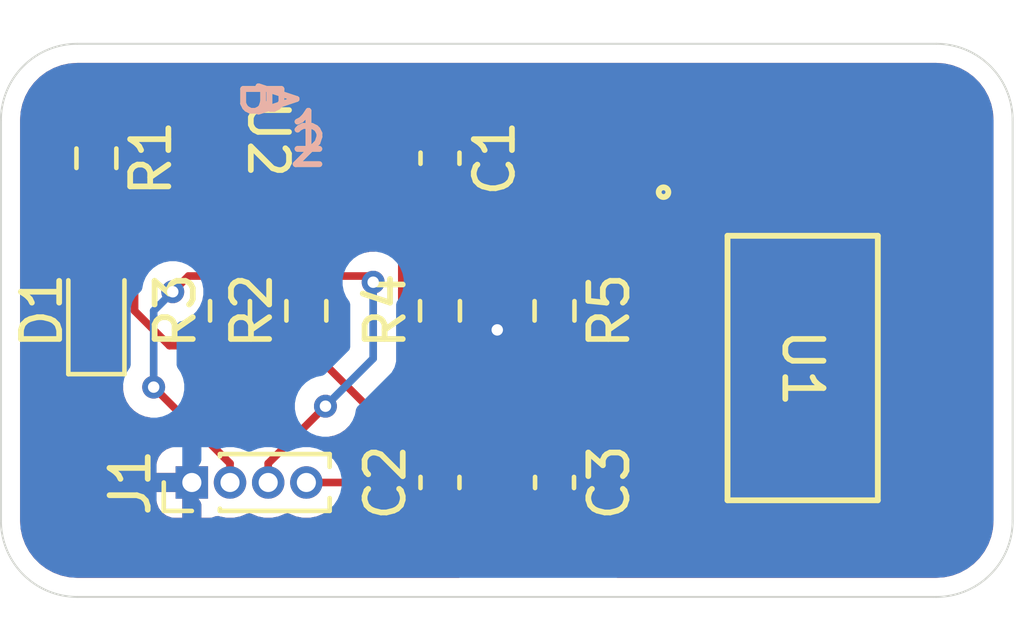
<source format=kicad_pcb>
(kicad_pcb (version 20241229) (generator "pcbnew") (generator_version "9.0")
  (title_block (date "2026-01-28"))
  (layers (0 "F.Cu" signal) (2 "B.Cu" signal) (13 "F.Paste" user) (15 "B.Paste" user) (5 "F.SilkS" user "F.Silkscreen") (7 "B.SilkS" user "B.Silkscreen") (1 "F.Mask" user) (3 "B.Mask" user) (25 "Edge.Cuts" user))
  (net 0 "")
  (net 1 "VCC")
  (net 2 "GND")
  (net 3 "+3V3")
  (net 4 "Net-(U1-ADJUST)")
  (net 5 "Net-(D1-A)")
  (net 6 "/SCL")
  (net 7 "/SDA")
  (footprint "Capacitor_SMD:C_0603_1608Metric_Pad1.08x0.95mm_HandSolder" (layer "F.Cu") (at 124 78 -90)
    (property "Reference" "C1" (at 0 -1.43 90) (layer "F.SilkS"))
    (property "Value" "2.2µF")
    (fp_line (start -0.146267 0.51) (end 0.146267 0.51) (stroke (width 0.12)) (layer "F.SilkS"))
    (fp_line (start -0.146267 -0.51) (end 0.146267 -0.51) (stroke (width 0.12)) (layer "F.SilkS"))
    (pad "1" smd roundrect (at -0.8625 0 270) (size 1.075 0.95) (layers "F.Cu" "F.Mask" "F.Paste") (net 2 "GND"))
    (pad "2" smd roundrect (at 0.8625 0 270) (size 1.075 0.95) (layers "F.Cu" "F.Mask" "F.Paste") (net 3 "+3V3"))
  )
  (footprint "Resistor_SMD:R_0603_1608Metric_Pad0.98x0.95mm_HandSolder" (layer "F.Cu") (at 120.5 82 90)
    (property "Reference" "R2" (at 0 -1.43 90) (layer "F.SilkS"))
    (property "Value" "2.7k")
    (fp_line (start -0.254724 -0.5225) (end 0.254724 -0.5225) (stroke (width 0.12)) (layer "F.SilkS"))
    (fp_line (start -0.254724 0.5225) (end 0.254724 0.5225) (stroke (width 0.12)) (layer "F.SilkS"))
    (pad "1" smd roundrect (at -0.9125 0 90) (size 0.975 0.95) (layers "F.Cu" "F.Mask" "F.Paste") (net 3 "+3V3"))
    (pad "2" smd roundrect (at 0.9125 0 90) (size 0.975 0.95) (layers "F.Cu" "F.Mask" "F.Paste") (net 6 "/SCL"))
  )
  (footprint "Capacitor_SMD:C_0603_1608Metric_Pad1.08x0.95mm_HandSolder" (layer "F.Cu") (at 127 86.5 -90)
    (property "Reference" "C3" (at 0 -1.43 270) (layer "F.SilkS"))
    (property "Value" "1µF")
    (fp_line (start -0.146267 0.51) (end 0.146267 0.51) (stroke (width 0.12)) (layer "F.SilkS"))
    (fp_line (start -0.146267 -0.51) (end 0.146267 -0.51) (stroke (width 0.12)) (layer "F.SilkS"))
    (pad "1" smd roundrect (at -0.8625 0 270) (size 1.075 0.95) (layers "F.Cu" "F.Mask" "F.Paste") (net 3 "+3V3"))
    (pad "2" smd roundrect (at 0.8625 0 270) (size 1.075 0.95) (layers "F.Cu" "F.Mask" "F.Paste") (net 2 "GND"))
  )
  (footprint "LED_SMD:LED_0603_1608Metric_Pad1.05x0.95mm_HandSolder" (layer "F.Cu") (at 115 82 90)
    (property "Reference" "D1" (at 0 -1.43 90) (layer "F.SilkS"))
    (property "Value" "LED")
    (fp_line (start 0.8 -0.735) (end -1.66 -0.735) (stroke (width 0.12)) (layer "F.SilkS"))
    (fp_line (start -1.66 -0.735) (end -1.66 0.735) (stroke (width 0.12)) (layer "F.SilkS"))
    (fp_line (start -1.66 0.735) (end 0.8 0.735) (stroke (width 0.12)) (layer "F.SilkS"))
    (pad "1" smd roundrect (at -0.875 0 90) (size 1.05 0.95) (layers "F.Cu" "F.Mask" "F.Paste") (net 2 "GND"))
    (pad "2" smd roundrect (at 0.875 0 90) (size 1.05 0.95) (layers "F.Cu" "F.Mask" "F.Paste") (net 5 "Net-(D1-A)"))
  )
  (footprint "Capacitor_SMD:C_0603_1608Metric_Pad1.08x0.95mm_HandSolder" (layer "F.Cu") (at 124 86.5 90)
    (property "Reference" "C2" (at 0 -1.43 90) (layer "F.SilkS"))
    (property "Value" "0.1µF")
    (fp_line (start -0.146267 -0.51) (end 0.146267 -0.51) (stroke (width 0.12)) (layer "F.SilkS"))
    (fp_line (start -0.146267 0.51) (end 0.146267 0.51) (stroke (width 0.12)) (layer "F.SilkS"))
    (pad "1" smd roundrect (at -0.8625 0 90) (size 1.075 0.95) (layers "F.Cu" "F.Mask" "F.Paste") (net 1 "VCC"))
    (pad "2" smd roundrect (at 0.8625 0 90) (size 1.075 0.95) (layers "F.Cu" "F.Mask" "F.Paste") (net 2 "GND"))
  )
  (footprint "Resistor_SMD:R_0603_1608Metric_Pad0.98x0.95mm_HandSolder" (layer "F.Cu") (at 124 82 90)
    (property "Reference" "R4" (at 0 -1.43 90) (layer "F.SilkS"))
    (property "Value" "400")
    (fp_line (start -0.254724 -0.5225) (end 0.254724 -0.5225) (stroke (width 0.12)) (layer "F.SilkS"))
    (fp_line (start -0.254724 0.5225) (end 0.254724 0.5225) (stroke (width 0.12)) (layer "F.SilkS"))
    (pad "1" smd roundrect (at -0.9125 0 90) (size 0.975 0.95) (layers "F.Cu" "F.Mask" "F.Paste") (net 2 "GND"))
    (pad "2" smd roundrect (at 0.9125 0 90) (size 0.975 0.95) (layers "F.Cu" "F.Mask" "F.Paste") (net 4 "Net-(U1-ADJUST)"))
  )
  (footprint "Connector_PinHeader_1.00mm:PinHeader_1x04_P1.00mm_Vertical" (layer "F.Cu") (at 117.5 86.5 90)
    (property "Reference" "J1" (at 0 -1.61 90) (layer "F.SilkS"))
    (property "Value" "Conn_01x04_Pin")
    (fp_line (start -0.745 -0.735) (end 0 -0.735) (stroke (width 0.12)) (layer "F.SilkS"))
    (fp_line (start -0.745 0) (end -0.745 -0.735) (stroke (width 0.12)) (layer "F.SilkS"))
    (fp_line (start 0.745 0.735) (end 0.745 3.61) (stroke (width 0.12)) (layer "F.SilkS"))
    (fp_line (start 0.685565 0.735) (end 0.745 0.735) (stroke (width 0.12)) (layer "F.SilkS"))
    (fp_line (start -0.745 0.735) (end -0.685565 0.735) (stroke (width 0.12)) (layer "F.SilkS"))
    (fp_line (start -0.745 0.735) (end -0.745 3.61) (stroke (width 0.12)) (layer "F.SilkS"))
    (fp_line (start 0.41003 3.61) (end 0.745 3.61) (stroke (width 0.12)) (layer "F.SilkS"))
    (fp_line (start -0.745 3.61) (end -0.41003 3.61) (stroke (width 0.12)) (layer "F.SilkS"))
    (pad "1" thru_hole rect (at 0 0 90) (size 0.85 0.85) (drill 0.5) (layers "*.Cu" "*.Mask") (net 2 "GND"))
    (pad "2" thru_hole circle (at 0 1 90) (size 0.85 0.85) (drill 0.5) (layers "*.Cu" "*.Mask") (net 7 "/SDA"))
    (pad "3" thru_hole circle (at 0 2 90) (size 0.85 0.85) (drill 0.5) (layers "*.Cu" "*.Mask") (net 6 "/SCL"))
    (pad "4" thru_hole circle (at 0 3 90) (size 0.85 0.85) (drill 0.5) (layers "*.Cu" "*.Mask") (net 1 "VCC"))
  )
  (footprint "Resistor_SMD:R_0603_1608Metric_Pad0.98x0.95mm_HandSolder" (layer "F.Cu") (at 127 82 -90)
    (property "Reference" "R5" (at 0 -1.43 90) (layer "F.SilkS"))
    (property "Value" "240")
    (fp_line (start -0.254724 0.5225) (end 0.254724 0.5225) (stroke (width 0.12)) (layer "F.SilkS"))
    (fp_line (start -0.254724 -0.5225) (end 0.254724 -0.5225) (stroke (width 0.12)) (layer "F.SilkS"))
    (pad "1" smd roundrect (at -0.9125 0 270) (size 0.975 0.95) (layers "F.Cu" "F.Mask" "F.Paste") (net 4 "Net-(U1-ADJUST)"))
    (pad "2" smd roundrect (at 0.9125 0 270) (size 0.975 0.95) (layers "F.Cu" "F.Mask" "F.Paste") (net 3 "+3V3"))
  )
  (footprint "Resistor_SMD:R_0603_1608Metric_Pad0.98x0.95mm_HandSolder" (layer "F.Cu") (at 115 78 -90)
    (property "Reference" "R1" (at 0 -1.43 270) (layer "F.SilkS"))
    (property "Value" "60")
    (fp_line (start -0.254724 0.5225) (end 0.254724 0.5225) (stroke (width 0.12)) (layer "F.SilkS"))
    (fp_line (start -0.254724 -0.5225) (end 0.254724 -0.5225) (stroke (width 0.12)) (layer "F.SilkS"))
    (pad "1" smd roundrect (at -0.9125 0 270) (size 0.975 0.95) (layers "F.Cu" "F.Mask" "F.Paste") (net 3 "+3V3"))
    (pad "2" smd roundrect (at 0.9125 0 270) (size 0.975 0.95) (layers "F.Cu" "F.Mask" "F.Paste") (net 5 "Net-(D1-A)"))
  )
  (footprint "Resistor_SMD:R_0603_1608Metric_Pad0.98x0.95mm_HandSolder" (layer "F.Cu") (at 118.5 82 90)
    (property "Reference" "R3" (at 0 -1.43 90) (layer "F.SilkS"))
    (property "Value" "2.7k")
    (fp_line (start -0.254724 -0.5225) (end 0.254724 -0.5225) (stroke (width 0.12)) (layer "F.SilkS"))
    (fp_line (start -0.254724 0.5225) (end 0.254724 0.5225) (stroke (width 0.12)) (layer "F.SilkS"))
    (pad "1" smd roundrect (at -0.9125 0 90) (size 0.975 0.95) (layers "F.Cu" "F.Mask" "F.Paste") (net 3 "+3V3"))
    (pad "2" smd roundrect (at 0.9125 0 90) (size 0.975 0.95) (layers "F.Cu" "F.Mask" "F.Paste") (net 7 "/SDA"))
  )
  (footprint "footprints:SOT223-3_ONS" (layer "F.Cu") (at 133.5 83.5 -90)
    (property "Reference" "U1" (at 0 0 270) (layer "F.SilkS"))
    (property "Value" "LM317MBSTT3G")
    (fp_poly (pts (xy 1.6256 -4.0005) (xy -1.6256 -4.0005) (xy -1.6256 -2.4511) (xy 1.6256 -2.4511)) (fill yes) (layer "F.Cu"))
    (fp_line (start -3.4671 1.9685) (end 3.4671 1.9685) (stroke (width 0.1524)) (layer "F.SilkS"))
    (fp_line (start 3.4671 1.9685) (end 3.4671 -1.9685) (stroke (width 0.1524)) (layer "F.SilkS"))
    (fp_line (start -3.4671 -1.9685) (end -3.4671 1.9685) (stroke (width 0.1524)) (layer "F.SilkS"))
    (fp_line (start 3.4671 -1.9685) (end -3.4671 -1.9685) (stroke (width 0.1524)) (layer "F.SilkS"))
    (fp_circle (center -4.6101 3.6449) (end -4.4831 3.6449) (stroke (width 0.1524)) (fill no) (layer "F.SilkS"))
    (pad "1" smd rect (at -2.2987 3.2258 270) (size 0.6096 1.5494) (layers "F.Cu" "F.Mask" "F.Paste") (net 4 "Net-(U1-ADJUST)"))
    (pad "2" smd rect (at 0 3.2258 270) (size 0.6096 1.5494) (layers "F.Cu" "F.Mask" "F.Paste") (net 3 "+3V3"))
    (pad "3" smd rect (at 2.2987 3.2258 270) (size 0.6096 1.5494) (layers "F.Cu" "F.Mask" "F.Paste") (net 1 "VCC"))
  )
  (footprint "footprints:WLP4_0P82X0P82_MEM-L" (layer "F.Cu") (at 119.5 77.5 -90)
    (property "Reference" "U2" (at 0 0 270) (layer "F.SilkS"))
    (property "Value" "MMC5603NJ")
    (fp_text user "2" (at 0.2 -1.0541 0) (layer "F.SilkS"))
    (fp_text user "A" (at -1.0541 -0.2 270) (layer "F.SilkS"))
    (fp_text user "B" (at -1.0541 0.2 270) (layer "F.SilkS"))
    (fp_text user "1" (at -0.2 -1.0541 0) (layer "F.SilkS"))
    (fp_text user "2" (at 0.2 -1.0541 0) (layer "B.SilkS"))
    (fp_text user "A" (at -1.0541 -0.2 270) (layer "B.SilkS"))
    (fp_text user "B" (at -1.0541 0.2 270) (layer "B.SilkS"))
    (fp_text user "1" (at -0.2 -1.0541 0) (layer "B.SilkS"))
    (pad "A1" smd circle (at -0.2 -0.2 270) (size 0.2032 0.2032) (layers "F.Cu" "F.Mask" "F.Paste") (net 2 "GND"))
    (pad "A2" smd circle (at 0.2 -0.2 270) (size 0.2032 0.2032) (layers "F.Cu" "F.Mask" "F.Paste") (net 6 "/SCL"))
    (pad "B1" smd circle (at -0.2 0.2 270) (size 0.2032 0.2032) (layers "F.Cu" "F.Mask" "F.Paste") (net 3 "+3V3"))
    (pad "B2" smd circle (at 0.2 0.2 270) (size 0.2032 0.2032) (layers "F.Cu" "F.Mask" "F.Paste") (net 7 "/SDA"))
  )
  (gr_arc (start 137 75) (mid 138.414214 75.585786) (end 139 77) (stroke (width 0.05)) (layer "Edge.Cuts"))
  (gr_arc (start 112.5 77) (mid 113.085786 75.585786) (end 114.5 75) (stroke (width 0.05)) (layer "Edge.Cuts"))
  (gr_line (start 112.5 77) (end 112.5 87.5) (stroke (width 0.05)) (layer "Edge.Cuts"))
  (gr_arc (start 114.5 89.5) (mid 113.085786 88.914214) (end 112.5 87.5) (stroke (width 0.05)) (layer "Edge.Cuts"))
  (gr_line (start 114.5 89.5) (end 137 89.5) (stroke (width 0.05)) (layer "Edge.Cuts"))
  (gr_arc (start 139 87.5) (mid 138.414214 88.914214) (end 137 89.5) (stroke (width 0.05)) (layer "Edge.Cuts"))
  (gr_line (start 139 87.5) (end 139 77) (stroke (width 0.05)) (layer "Edge.Cuts"))
  (gr_line (start 137 75) (end 114.5 75) (stroke (width 0.05)) (layer "Edge.Cuts"))
  (segment (start 122.8625 87.3625) (end 124 87.3625) (width 0.2) (layer "F.Cu") (net 1))
  (segment (start 120.5 86.5) (end 122 86.5) (width 0.2) (layer "F.Cu") (net 1))
  (segment (start 130.2742 86.2258) (end 128 88.5) (width 0.2) (layer "F.Cu") (net 1))
  (segment (start 128 88.5) (end 125.1375 88.5) (width 0.2) (layer "F.Cu") (net 1))
  (segment (start 122 86.5) (end 122.8625 87.3625) (width 0.2) (layer "F.Cu") (net 1))
  (segment (start 125.1375 88.5) (end 124 87.3625) (width 0.2) (layer "F.Cu") (net 1))
  (segment (start 130.2742 85.7987) (end 130.2742 86.2258) (width 0.2) (layer "F.Cu") (net 1))
  (segment (start 125.0875 82.9125) (end 125.5 82.5) (width 0.2) (layer "F.Cu") (net 2))
  (segment (start 124 82.9125) (end 125.0875 82.9125) (width 0.2) (layer "F.Cu") (net 2))
  (segment (start 126.3625 87.3625) (end 124.6375 85.6375) (width 0.2) (layer "F.Cu") (net 2))
  (segment (start 127 87.3625) (end 126.3625 87.3625) (width 0.2) (layer "F.Cu") (net 2))
  (segment (start 124 77.1375) (end 123.8599 76.9974) (width 0.2) (layer "F.Cu") (net 2))
  (segment (start 124.6375 85.6375) (end 124 85.6375) (width 0.2) (layer "F.Cu") (net 2))
  (via (at 125.5 82.5) (size 0.6) (drill 0.3) (layers "F.Cu" "B.Cu") (net 2))
  (segment (start 123 79.8625) (end 123 83.5875) (width 0.2) (layer "F.Cu") (net 3))
  (segment (start 127.5875 83.5) (end 127 82.9125) (width 0.2) (layer "F.Cu") (net 3))
  (segment (start 130.2742 83.5) (end 127.5875 83.5) (width 0.2) (layer "F.Cu") (net 3))
  (segment (start 116 78.0875) (end 115 77.0875) (width 0.2) (layer "F.Cu") (net 3))
  (segment (start 123 83.5875) (end 122.0875 84.5) (width 0.2) (layer "F.Cu") (net 3))
  (segment (start 115 77.0875) (end 119.0875 77.0875) (width 0.2) (layer "F.Cu") (net 3))
  (segment (start 116.9125 82.9125) (end 116 82) (width 0.2) (layer "F.Cu") (net 3))
  (segment (start 122.0875 84.5) (end 120.5 82.9125) (width 0.2) (layer "F.Cu") (net 3))
  (segment (start 118.5 82.9125) (end 116.9125 82.9125) (width 0.2) (layer "F.Cu") (net 3))
  (segment (start 116 82) (end 116 78.0875) (width 0.2) (layer "F.Cu") (net 3))
  (segment (start 124 78.8625) (end 123 79.8625) (width 0.2) (layer "F.Cu") (net 3))
  (segment (start 127 82.9125) (end 125.4125 84.5) (width 0.2) (layer "F.Cu") (net 3))
  (segment (start 127 85.6375) (end 127 82.9125) (width 0.2) (layer "F.Cu") (net 3))
  (segment (start 119.0875 77.0875) (end 119.2974 77.2974) (width 0.2) (layer "F.Cu") (net 3))
  (segment (start 120.5 82.9125) (end 118.5 82.9125) (width 0.2) (layer "F.Cu") (net 3))
  (segment (start 125.4125 84.5) (end 122.0875 84.5) (width 0.2) (layer "F.Cu") (net 3))
  (segment (start 127 81.0875) (end 124 81.0875) (width 0.2) (layer "F.Cu") (net 4))
  (segment (start 130.2742 81.2013) (end 127.1138 81.2013) (width 0.2) (layer "F.Cu") (net 4))
  (segment (start 127.1138 81.2013) (end 127 81.0875) (width 0.2) (layer "F.Cu") (net 4))
  (segment (start 115 78.9125) (end 115 81.125) (width 0.2) (layer "F.Cu") (net 5))
  (segment (start 119.5 86) (end 121 84.5) (width 0.2) (layer "F.Cu") (net 6))
  (segment (start 119.5 86.5) (end 119.5 86) (width 0.2) (layer "F.Cu") (net 6))
  (segment (start 120.5 81.0875) (end 120.5 78.5) (width 0.2) (layer "F.Cu") (net 6))
  (segment (start 122.0875 81.0875) (end 120.5 81.0875) (width 0.2) (layer "F.Cu") (net 6))
  (segment (start 120.5 78.5) (end 119.7026 77.7026) (width 0.2) (layer "F.Cu") (net 6))
  (segment (start 122.25 81.25) (end 122.0875 81.0875) (width 0.2) (layer "F.Cu") (net 6))
  (via (at 122.25 81.25) (size 0.6) (drill 0.3) (layers "F.Cu" "B.Cu") (net 6))
  (via (at 121 84.5) (size 0.6) (drill 0.3) (layers "F.Cu" "B.Cu") (net 6))
  (segment (start 122.25 81.25) (end 122.25 83.25) (width 0.2) (layer "B.Cu") (net 6))
  (segment (start 122.25 83.25) (end 121 84.5) (width 0.2) (layer "B.Cu") (net 6))
  (segment (start 118.5 81.0875) (end 117.4125 81.0875) (width 0.2) (layer "F.Cu") (net 7))
  (segment (start 118.5 81.0875) (end 118.5 78.5) (width 0.2) (layer "F.Cu") (net 7))
  (segment (start 118.5 78.5) (end 119.2974 77.7026) (width 0.2) (layer "F.Cu") (net 7))
  (segment (start 118.5 86) (end 118.5 86.5) (width 0.2) (layer "F.Cu") (net 7))
  (segment (start 117.4125 81.0875) (end 117 81.5) (width 0.2) (layer "F.Cu") (net 7))
  (segment (start 116.5 84) (end 118.5 86) (width 0.2) (layer "F.Cu") (net 7))
  (via (at 117 81.5) (size 0.6) (drill 0.3) (layers "F.Cu" "B.Cu") (net 7))
  (via (at 116.5 84) (size 0.6) (drill 0.3) (layers "F.Cu" "B.Cu") (net 7))
  (segment (start 117 81.5) (end 116.5 82) (width 0.2) (layer "B.Cu") (net 7))
  (segment (start 116.5 82) (end 116.5 84) (width 0.2) (layer "B.Cu") (net 7))
  (zone (net 2) (net_name "GND") (layers "F.Cu" "B.Cu") (connect_pads (clearance 0.5)) (min_thickness 0.25) (fill yes (thermal_gap 0.5) (thermal_bridge_width 0.5))
    (polygon (pts (xy 112.5 75) (xy 112.5 89.5) (xy 139 89.5) (xy 139 75)))
  )
)
</source>
